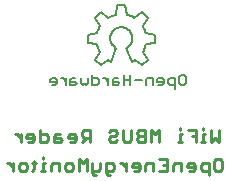
<source format=gbo>
G75*
%MOIN*%
%OFA0B0*%
%FSLAX24Y24*%
%IPPOS*%
%LPD*%
%AMOC8*
5,1,8,0,0,1.08239X$1,22.5*
%
%ADD10C,0.0100*%
%ADD11C,0.0060*%
D10*
X004864Y009295D02*
X004931Y009229D01*
X004998Y009229D01*
X005064Y009362D02*
X004864Y009362D01*
X004864Y009295D02*
X004864Y009629D01*
X004671Y009762D02*
X004671Y009362D01*
X004404Y009362D02*
X004404Y009762D01*
X004537Y009629D01*
X004671Y009762D01*
X004210Y009562D02*
X004210Y009429D01*
X004144Y009362D01*
X004010Y009362D01*
X003943Y009429D01*
X003943Y009562D01*
X004010Y009629D01*
X004144Y009629D01*
X004210Y009562D01*
X003750Y009629D02*
X003750Y009362D01*
X003750Y009629D02*
X003550Y009629D01*
X003483Y009562D01*
X003483Y009362D01*
X003290Y009362D02*
X003156Y009362D01*
X003223Y009362D02*
X003223Y009629D01*
X003290Y009629D01*
X003223Y009762D02*
X003223Y009829D01*
X002983Y009629D02*
X002849Y009629D01*
X002916Y009696D02*
X002916Y009429D01*
X002849Y009362D01*
X002676Y009429D02*
X002676Y009562D01*
X002609Y009629D01*
X002475Y009629D01*
X002409Y009562D01*
X002409Y009429D01*
X002475Y009362D01*
X002609Y009362D01*
X002676Y009429D01*
X002215Y009495D02*
X002082Y009629D01*
X002015Y009629D01*
X002215Y009629D02*
X002215Y009362D01*
X002472Y010339D02*
X002472Y010606D01*
X002472Y010472D02*
X002338Y010606D01*
X002271Y010606D01*
X002665Y010539D02*
X002665Y010472D01*
X002932Y010472D01*
X002932Y010406D02*
X002932Y010539D01*
X002865Y010606D01*
X002732Y010606D01*
X002665Y010539D01*
X002732Y010339D02*
X002865Y010339D01*
X002932Y010406D01*
X003125Y010339D02*
X003326Y010339D01*
X003392Y010406D01*
X003392Y010539D01*
X003326Y010606D01*
X003125Y010606D01*
X003125Y010739D02*
X003125Y010339D01*
X003586Y010339D02*
X003786Y010339D01*
X003853Y010406D01*
X003786Y010472D01*
X003586Y010472D01*
X003586Y010539D02*
X003586Y010339D01*
X003586Y010539D02*
X003653Y010606D01*
X003786Y010606D01*
X004046Y010539D02*
X004046Y010472D01*
X004313Y010472D01*
X004313Y010406D02*
X004313Y010539D01*
X004246Y010606D01*
X004113Y010606D01*
X004046Y010539D01*
X004113Y010339D02*
X004246Y010339D01*
X004313Y010406D01*
X004507Y010339D02*
X004640Y010472D01*
X004573Y010472D02*
X004773Y010472D01*
X004773Y010339D02*
X004773Y010739D01*
X004573Y010739D01*
X004507Y010672D01*
X004507Y010539D01*
X004573Y010472D01*
X005131Y009629D02*
X005131Y009429D01*
X005064Y009362D01*
X005325Y009362D02*
X005525Y009362D01*
X005591Y009429D01*
X005591Y009562D01*
X005525Y009629D01*
X005325Y009629D01*
X005325Y009295D01*
X005391Y009229D01*
X005458Y009229D01*
X005775Y009629D02*
X005842Y009629D01*
X005975Y009495D01*
X005975Y009362D02*
X005975Y009629D01*
X006169Y009562D02*
X006169Y009495D01*
X006436Y009495D01*
X006436Y009429D02*
X006436Y009562D01*
X006369Y009629D01*
X006235Y009629D01*
X006169Y009562D01*
X006235Y009362D02*
X006369Y009362D01*
X006436Y009429D01*
X006629Y009362D02*
X006629Y009562D01*
X006696Y009629D01*
X006896Y009629D01*
X006896Y009362D01*
X007089Y009362D02*
X007356Y009362D01*
X007356Y009762D01*
X007089Y009762D01*
X007223Y009562D02*
X007356Y009562D01*
X007550Y009562D02*
X007550Y009362D01*
X007550Y009562D02*
X007617Y009629D01*
X007817Y009629D01*
X007817Y009362D01*
X008010Y009495D02*
X008010Y009562D01*
X008077Y009629D01*
X008210Y009629D01*
X008277Y009562D01*
X008277Y009429D01*
X008210Y009362D01*
X008077Y009362D01*
X008010Y009495D02*
X008277Y009495D01*
X008471Y009429D02*
X008471Y009562D01*
X008537Y009629D01*
X008737Y009629D01*
X008737Y009229D01*
X008737Y009362D02*
X008537Y009362D01*
X008471Y009429D01*
X008931Y009429D02*
X008931Y009696D01*
X008998Y009762D01*
X009131Y009762D01*
X009198Y009696D01*
X009198Y009429D01*
X009131Y009362D01*
X008998Y009362D01*
X008931Y009429D01*
X008804Y010339D02*
X008804Y010739D01*
X008610Y010606D02*
X008543Y010606D01*
X008543Y010339D01*
X008477Y010339D02*
X008610Y010339D01*
X008804Y010339D02*
X008937Y010472D01*
X009070Y010339D01*
X009070Y010739D01*
X008543Y010739D02*
X008543Y010806D01*
X008303Y010739D02*
X008303Y010339D01*
X008303Y010539D02*
X008170Y010539D01*
X008303Y010739D02*
X008036Y010739D01*
X007843Y010606D02*
X007776Y010606D01*
X007776Y010339D01*
X007843Y010339D02*
X007709Y010339D01*
X007776Y010739D02*
X007776Y010806D01*
X007075Y010739D02*
X007075Y010339D01*
X006942Y010606D02*
X006809Y010739D01*
X006809Y010339D01*
X006615Y010339D02*
X006415Y010339D01*
X006348Y010406D01*
X006348Y010472D01*
X006415Y010539D01*
X006615Y010539D01*
X006415Y010539D02*
X006348Y010606D01*
X006348Y010672D01*
X006415Y010739D01*
X006615Y010739D01*
X006615Y010339D01*
X006942Y010606D02*
X007075Y010739D01*
X006155Y010739D02*
X006155Y010406D01*
X006088Y010339D01*
X005954Y010339D01*
X005888Y010406D01*
X005888Y010739D01*
X005694Y010672D02*
X005694Y010606D01*
X005628Y010539D01*
X005494Y010539D01*
X005427Y010472D01*
X005427Y010406D01*
X005494Y010339D01*
X005628Y010339D01*
X005694Y010406D01*
X005694Y010672D02*
X005628Y010739D01*
X005494Y010739D01*
X005427Y010672D01*
D11*
X005395Y012230D02*
X005395Y012457D01*
X005281Y012457D02*
X005225Y012457D01*
X005281Y012457D02*
X005395Y012343D01*
X005536Y012343D02*
X005706Y012343D01*
X005763Y012286D01*
X005706Y012230D01*
X005536Y012230D01*
X005536Y012400D01*
X005593Y012457D01*
X005706Y012457D01*
X005904Y012400D02*
X006131Y012400D01*
X006273Y012400D02*
X006500Y012400D01*
X006641Y012400D02*
X006641Y012230D01*
X006641Y012400D02*
X006698Y012457D01*
X006868Y012457D01*
X006868Y012230D01*
X007009Y012343D02*
X007009Y012400D01*
X007066Y012457D01*
X007180Y012457D01*
X007236Y012400D01*
X007236Y012286D01*
X007180Y012230D01*
X007066Y012230D01*
X007009Y012343D02*
X007236Y012343D01*
X007378Y012286D02*
X007434Y012230D01*
X007605Y012230D01*
X007605Y012116D02*
X007605Y012457D01*
X007434Y012457D01*
X007378Y012400D01*
X007378Y012286D01*
X007746Y012286D02*
X007746Y012513D01*
X007803Y012570D01*
X007916Y012570D01*
X007973Y012513D01*
X007973Y012286D01*
X007916Y012230D01*
X007803Y012230D01*
X007746Y012286D01*
X006704Y013085D02*
X006544Y013325D01*
X006644Y013595D02*
X006944Y013645D01*
X006944Y013905D01*
X006644Y013965D01*
X006534Y014215D02*
X006714Y014475D01*
X006524Y014655D01*
X006264Y014475D01*
X006014Y014575D02*
X005964Y014895D01*
X005694Y014895D01*
X005644Y014575D01*
X005394Y014475D02*
X005134Y014655D01*
X004944Y014475D01*
X005124Y014215D01*
X005014Y013965D02*
X004714Y013905D01*
X004714Y013645D01*
X005014Y013595D01*
X005114Y013325D02*
X004944Y013085D01*
X005134Y012895D01*
X005374Y013065D01*
X005474Y013005D01*
X005664Y013455D01*
X005114Y013325D02*
X005091Y013366D01*
X005070Y013409D01*
X005052Y013454D01*
X005037Y013499D01*
X005024Y013545D01*
X005014Y013592D01*
X005015Y013965D02*
X005030Y014017D01*
X005049Y014068D01*
X005071Y014118D01*
X005096Y014166D01*
X005125Y014213D01*
X005664Y013465D02*
X005631Y013483D01*
X005601Y013504D01*
X005572Y013528D01*
X005546Y013555D01*
X005524Y013584D01*
X005504Y013616D01*
X005487Y013649D01*
X005474Y013684D01*
X005465Y013720D01*
X005459Y013757D01*
X005457Y013794D01*
X005459Y013831D01*
X005464Y013868D01*
X005474Y013904D01*
X005486Y013939D01*
X005503Y013973D01*
X005522Y014004D01*
X005545Y014034D01*
X005571Y014061D01*
X005599Y014085D01*
X005630Y014106D01*
X005662Y014124D01*
X005696Y014139D01*
X005732Y014150D01*
X005768Y014158D01*
X005805Y014162D01*
X005843Y014162D01*
X005880Y014158D01*
X005916Y014150D01*
X005952Y014139D01*
X005986Y014124D01*
X006018Y014106D01*
X006049Y014085D01*
X006077Y014061D01*
X006103Y014034D01*
X006126Y014004D01*
X006145Y013973D01*
X006162Y013939D01*
X006174Y013904D01*
X006184Y013868D01*
X006189Y013831D01*
X006191Y013794D01*
X006189Y013757D01*
X006183Y013720D01*
X006174Y013684D01*
X006161Y013649D01*
X006144Y013616D01*
X006124Y013584D01*
X006102Y013555D01*
X006076Y013528D01*
X006047Y013504D01*
X006017Y013483D01*
X005984Y013465D01*
X005984Y013455D02*
X006184Y013005D01*
X006284Y013065D01*
X006524Y012895D01*
X006704Y013085D01*
X006131Y012570D02*
X006131Y012230D01*
X005904Y012230D02*
X005904Y012570D01*
X005088Y012400D02*
X005088Y012286D01*
X005031Y012230D01*
X004861Y012230D01*
X004861Y012570D01*
X004861Y012457D02*
X005031Y012457D01*
X005088Y012400D01*
X004719Y012457D02*
X004719Y012286D01*
X004663Y012230D01*
X004606Y012286D01*
X004549Y012230D01*
X004493Y012286D01*
X004493Y012457D01*
X004294Y012457D02*
X004181Y012457D01*
X004124Y012400D01*
X004124Y012230D01*
X004294Y012230D01*
X004351Y012286D01*
X004294Y012343D01*
X004124Y012343D01*
X003983Y012343D02*
X003869Y012457D01*
X003813Y012457D01*
X003676Y012400D02*
X003676Y012286D01*
X003619Y012230D01*
X003506Y012230D01*
X003449Y012343D02*
X003676Y012343D01*
X003676Y012400D02*
X003619Y012457D01*
X003506Y012457D01*
X003449Y012400D01*
X003449Y012343D01*
X003983Y012230D02*
X003983Y012457D01*
X006540Y013328D02*
X006568Y013378D01*
X006592Y013430D01*
X006613Y013483D01*
X006630Y013538D01*
X006643Y013594D01*
X006261Y014478D02*
X006216Y014503D01*
X006169Y014526D01*
X006121Y014545D01*
X006072Y014562D01*
X006022Y014575D01*
X006533Y014210D02*
X006560Y014163D01*
X006584Y014116D01*
X006605Y014067D01*
X006623Y014016D01*
X006637Y013965D01*
X005639Y014577D02*
X005587Y014563D01*
X005536Y014546D01*
X005486Y014526D01*
X005437Y014503D01*
X005390Y014476D01*
M02*

</source>
